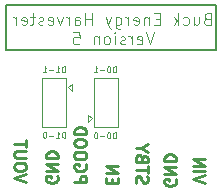
<source format=gbr>
G04 #@! TF.GenerationSoftware,KiCad,Pcbnew,(5.1.4)-1*
G04 #@! TF.CreationDate,2019-12-05T12:54:36-06:00*
G04 #@! TF.ProjectId,LTC3388_v004,4c544333-3338-4385-9f76-3030342e6b69,rev?*
G04 #@! TF.SameCoordinates,Original*
G04 #@! TF.FileFunction,Legend,Bot*
G04 #@! TF.FilePolarity,Positive*
%FSLAX46Y46*%
G04 Gerber Fmt 4.6, Leading zero omitted, Abs format (unit mm)*
G04 Created by KiCad (PCBNEW (5.1.4)-1) date 2019-12-05 12:54:36*
%MOMM*%
%LPD*%
G04 APERTURE LIST*
%ADD10C,0.150000*%
%ADD11C,0.125000*%
%ADD12C,0.250000*%
%ADD13C,0.120000*%
G04 APERTURE END LIST*
D10*
X166370000Y-95885000D02*
X166370000Y-92075000D01*
X148590000Y-95885000D02*
X166370000Y-95885000D01*
X148590000Y-92075000D02*
X148590000Y-95885000D01*
X166370000Y-92075000D02*
X148590000Y-92075000D01*
D11*
X165583190Y-93223071D02*
X165440333Y-93270690D01*
X165392714Y-93318309D01*
X165345095Y-93413547D01*
X165345095Y-93556404D01*
X165392714Y-93651642D01*
X165440333Y-93699261D01*
X165535571Y-93746880D01*
X165916523Y-93746880D01*
X165916523Y-92746880D01*
X165583190Y-92746880D01*
X165487952Y-92794500D01*
X165440333Y-92842119D01*
X165392714Y-92937357D01*
X165392714Y-93032595D01*
X165440333Y-93127833D01*
X165487952Y-93175452D01*
X165583190Y-93223071D01*
X165916523Y-93223071D01*
X164487952Y-93080214D02*
X164487952Y-93746880D01*
X164916523Y-93080214D02*
X164916523Y-93604023D01*
X164868904Y-93699261D01*
X164773666Y-93746880D01*
X164630809Y-93746880D01*
X164535571Y-93699261D01*
X164487952Y-93651642D01*
X163583190Y-93699261D02*
X163678428Y-93746880D01*
X163868904Y-93746880D01*
X163964142Y-93699261D01*
X164011761Y-93651642D01*
X164059380Y-93556404D01*
X164059380Y-93270690D01*
X164011761Y-93175452D01*
X163964142Y-93127833D01*
X163868904Y-93080214D01*
X163678428Y-93080214D01*
X163583190Y-93127833D01*
X163154619Y-93746880D02*
X163154619Y-92746880D01*
X163059380Y-93365928D02*
X162773666Y-93746880D01*
X162773666Y-93080214D02*
X163154619Y-93461166D01*
X161583190Y-93223071D02*
X161249857Y-93223071D01*
X161107000Y-93746880D02*
X161583190Y-93746880D01*
X161583190Y-92746880D01*
X161107000Y-92746880D01*
X160678428Y-93080214D02*
X160678428Y-93746880D01*
X160678428Y-93175452D02*
X160630809Y-93127833D01*
X160535571Y-93080214D01*
X160392714Y-93080214D01*
X160297476Y-93127833D01*
X160249857Y-93223071D01*
X160249857Y-93746880D01*
X159392714Y-93699261D02*
X159487952Y-93746880D01*
X159678428Y-93746880D01*
X159773666Y-93699261D01*
X159821285Y-93604023D01*
X159821285Y-93223071D01*
X159773666Y-93127833D01*
X159678428Y-93080214D01*
X159487952Y-93080214D01*
X159392714Y-93127833D01*
X159345095Y-93223071D01*
X159345095Y-93318309D01*
X159821285Y-93413547D01*
X158916523Y-93746880D02*
X158916523Y-93080214D01*
X158916523Y-93270690D02*
X158868904Y-93175452D01*
X158821285Y-93127833D01*
X158726047Y-93080214D01*
X158630809Y-93080214D01*
X157868904Y-93080214D02*
X157868904Y-93889738D01*
X157916523Y-93984976D01*
X157964142Y-94032595D01*
X158059380Y-94080214D01*
X158202238Y-94080214D01*
X158297476Y-94032595D01*
X157868904Y-93699261D02*
X157964142Y-93746880D01*
X158154619Y-93746880D01*
X158249857Y-93699261D01*
X158297476Y-93651642D01*
X158345095Y-93556404D01*
X158345095Y-93270690D01*
X158297476Y-93175452D01*
X158249857Y-93127833D01*
X158154619Y-93080214D01*
X157964142Y-93080214D01*
X157868904Y-93127833D01*
X157487952Y-93080214D02*
X157249857Y-93746880D01*
X157011761Y-93080214D02*
X157249857Y-93746880D01*
X157345095Y-93984976D01*
X157392714Y-94032595D01*
X157487952Y-94080214D01*
X155868904Y-93746880D02*
X155868904Y-92746880D01*
X155868904Y-93223071D02*
X155297476Y-93223071D01*
X155297476Y-93746880D02*
X155297476Y-92746880D01*
X154392714Y-93746880D02*
X154392714Y-93223071D01*
X154440333Y-93127833D01*
X154535571Y-93080214D01*
X154726047Y-93080214D01*
X154821285Y-93127833D01*
X154392714Y-93699261D02*
X154487952Y-93746880D01*
X154726047Y-93746880D01*
X154821285Y-93699261D01*
X154868904Y-93604023D01*
X154868904Y-93508785D01*
X154821285Y-93413547D01*
X154726047Y-93365928D01*
X154487952Y-93365928D01*
X154392714Y-93318309D01*
X153916523Y-93746880D02*
X153916523Y-93080214D01*
X153916523Y-93270690D02*
X153868904Y-93175452D01*
X153821285Y-93127833D01*
X153726047Y-93080214D01*
X153630809Y-93080214D01*
X153392714Y-93080214D02*
X153154619Y-93746880D01*
X152916523Y-93080214D01*
X152154619Y-93699261D02*
X152249857Y-93746880D01*
X152440333Y-93746880D01*
X152535571Y-93699261D01*
X152583190Y-93604023D01*
X152583190Y-93223071D01*
X152535571Y-93127833D01*
X152440333Y-93080214D01*
X152249857Y-93080214D01*
X152154619Y-93127833D01*
X152107000Y-93223071D01*
X152107000Y-93318309D01*
X152583190Y-93413547D01*
X151726047Y-93699261D02*
X151630809Y-93746880D01*
X151440333Y-93746880D01*
X151345095Y-93699261D01*
X151297476Y-93604023D01*
X151297476Y-93556404D01*
X151345095Y-93461166D01*
X151440333Y-93413547D01*
X151583190Y-93413547D01*
X151678428Y-93365928D01*
X151726047Y-93270690D01*
X151726047Y-93223071D01*
X151678428Y-93127833D01*
X151583190Y-93080214D01*
X151440333Y-93080214D01*
X151345095Y-93127833D01*
X151011761Y-93080214D02*
X150630809Y-93080214D01*
X150868904Y-92746880D02*
X150868904Y-93604023D01*
X150821285Y-93699261D01*
X150726047Y-93746880D01*
X150630809Y-93746880D01*
X149916523Y-93699261D02*
X150011761Y-93746880D01*
X150202238Y-93746880D01*
X150297476Y-93699261D01*
X150345095Y-93604023D01*
X150345095Y-93223071D01*
X150297476Y-93127833D01*
X150202238Y-93080214D01*
X150011761Y-93080214D01*
X149916523Y-93127833D01*
X149868904Y-93223071D01*
X149868904Y-93318309D01*
X150345095Y-93413547D01*
X149440333Y-93746880D02*
X149440333Y-93080214D01*
X149440333Y-93270690D02*
X149392714Y-93175452D01*
X149345095Y-93127833D01*
X149249857Y-93080214D01*
X149154619Y-93080214D01*
X161083190Y-94371880D02*
X160749857Y-95371880D01*
X160416523Y-94371880D01*
X159702238Y-95324261D02*
X159797476Y-95371880D01*
X159987952Y-95371880D01*
X160083190Y-95324261D01*
X160130809Y-95229023D01*
X160130809Y-94848071D01*
X160083190Y-94752833D01*
X159987952Y-94705214D01*
X159797476Y-94705214D01*
X159702238Y-94752833D01*
X159654619Y-94848071D01*
X159654619Y-94943309D01*
X160130809Y-95038547D01*
X159226047Y-95371880D02*
X159226047Y-94705214D01*
X159226047Y-94895690D02*
X159178428Y-94800452D01*
X159130809Y-94752833D01*
X159035571Y-94705214D01*
X158940333Y-94705214D01*
X158654619Y-95324261D02*
X158559380Y-95371880D01*
X158368904Y-95371880D01*
X158273666Y-95324261D01*
X158226047Y-95229023D01*
X158226047Y-95181404D01*
X158273666Y-95086166D01*
X158368904Y-95038547D01*
X158511761Y-95038547D01*
X158607000Y-94990928D01*
X158654619Y-94895690D01*
X158654619Y-94848071D01*
X158607000Y-94752833D01*
X158511761Y-94705214D01*
X158368904Y-94705214D01*
X158273666Y-94752833D01*
X157797476Y-95371880D02*
X157797476Y-94705214D01*
X157797476Y-94371880D02*
X157845095Y-94419500D01*
X157797476Y-94467119D01*
X157749857Y-94419500D01*
X157797476Y-94371880D01*
X157797476Y-94467119D01*
X157178428Y-95371880D02*
X157273666Y-95324261D01*
X157321285Y-95276642D01*
X157368904Y-95181404D01*
X157368904Y-94895690D01*
X157321285Y-94800452D01*
X157273666Y-94752833D01*
X157178428Y-94705214D01*
X157035571Y-94705214D01*
X156940333Y-94752833D01*
X156892714Y-94800452D01*
X156845095Y-94895690D01*
X156845095Y-95181404D01*
X156892714Y-95276642D01*
X156940333Y-95324261D01*
X157035571Y-95371880D01*
X157178428Y-95371880D01*
X156416523Y-94705214D02*
X156416523Y-95371880D01*
X156416523Y-94800452D02*
X156368904Y-94752833D01*
X156273666Y-94705214D01*
X156130809Y-94705214D01*
X156035571Y-94752833D01*
X155987952Y-94848071D01*
X155987952Y-95371880D01*
X154273666Y-94371880D02*
X154749857Y-94371880D01*
X154797476Y-94848071D01*
X154749857Y-94800452D01*
X154654619Y-94752833D01*
X154416523Y-94752833D01*
X154321285Y-94800452D01*
X154273666Y-94848071D01*
X154226047Y-94943309D01*
X154226047Y-95181404D01*
X154273666Y-95276642D01*
X154321285Y-95324261D01*
X154416523Y-95371880D01*
X154654619Y-95371880D01*
X154749857Y-95324261D01*
X154797476Y-95276642D01*
X157888666Y-103350190D02*
X157888666Y-102850190D01*
X157769619Y-102850190D01*
X157698190Y-102874000D01*
X157650571Y-102921619D01*
X157626761Y-102969238D01*
X157602952Y-103064476D01*
X157602952Y-103135904D01*
X157626761Y-103231142D01*
X157650571Y-103278761D01*
X157698190Y-103326380D01*
X157769619Y-103350190D01*
X157888666Y-103350190D01*
X157293428Y-102850190D02*
X157245809Y-102850190D01*
X157198190Y-102874000D01*
X157174380Y-102897809D01*
X157150571Y-102945428D01*
X157126761Y-103040666D01*
X157126761Y-103159714D01*
X157150571Y-103254952D01*
X157174380Y-103302571D01*
X157198190Y-103326380D01*
X157245809Y-103350190D01*
X157293428Y-103350190D01*
X157341047Y-103326380D01*
X157364857Y-103302571D01*
X157388666Y-103254952D01*
X157412476Y-103159714D01*
X157412476Y-103040666D01*
X157388666Y-102945428D01*
X157364857Y-102897809D01*
X157341047Y-102874000D01*
X157293428Y-102850190D01*
X156912476Y-103159714D02*
X156531523Y-103159714D01*
X156198190Y-102850190D02*
X156150571Y-102850190D01*
X156102952Y-102874000D01*
X156079142Y-102897809D01*
X156055333Y-102945428D01*
X156031523Y-103040666D01*
X156031523Y-103159714D01*
X156055333Y-103254952D01*
X156079142Y-103302571D01*
X156102952Y-103326380D01*
X156150571Y-103350190D01*
X156198190Y-103350190D01*
X156245809Y-103326380D01*
X156269619Y-103302571D01*
X156293428Y-103254952D01*
X156317238Y-103159714D01*
X156317238Y-103040666D01*
X156293428Y-102945428D01*
X156269619Y-102897809D01*
X156245809Y-102874000D01*
X156198190Y-102850190D01*
X157888666Y-97762190D02*
X157888666Y-97262190D01*
X157769619Y-97262190D01*
X157698190Y-97286000D01*
X157650571Y-97333619D01*
X157626761Y-97381238D01*
X157602952Y-97476476D01*
X157602952Y-97547904D01*
X157626761Y-97643142D01*
X157650571Y-97690761D01*
X157698190Y-97738380D01*
X157769619Y-97762190D01*
X157888666Y-97762190D01*
X157293428Y-97262190D02*
X157245809Y-97262190D01*
X157198190Y-97286000D01*
X157174380Y-97309809D01*
X157150571Y-97357428D01*
X157126761Y-97452666D01*
X157126761Y-97571714D01*
X157150571Y-97666952D01*
X157174380Y-97714571D01*
X157198190Y-97738380D01*
X157245809Y-97762190D01*
X157293428Y-97762190D01*
X157341047Y-97738380D01*
X157364857Y-97714571D01*
X157388666Y-97666952D01*
X157412476Y-97571714D01*
X157412476Y-97452666D01*
X157388666Y-97357428D01*
X157364857Y-97309809D01*
X157341047Y-97286000D01*
X157293428Y-97262190D01*
X156912476Y-97571714D02*
X156531523Y-97571714D01*
X156031523Y-97762190D02*
X156317238Y-97762190D01*
X156174380Y-97762190D02*
X156174380Y-97262190D01*
X156222000Y-97333619D01*
X156269619Y-97381238D01*
X156317238Y-97405047D01*
X153570666Y-97762190D02*
X153570666Y-97262190D01*
X153451619Y-97262190D01*
X153380190Y-97286000D01*
X153332571Y-97333619D01*
X153308761Y-97381238D01*
X153284952Y-97476476D01*
X153284952Y-97547904D01*
X153308761Y-97643142D01*
X153332571Y-97690761D01*
X153380190Y-97738380D01*
X153451619Y-97762190D01*
X153570666Y-97762190D01*
X152808761Y-97762190D02*
X153094476Y-97762190D01*
X152951619Y-97762190D02*
X152951619Y-97262190D01*
X152999238Y-97333619D01*
X153046857Y-97381238D01*
X153094476Y-97405047D01*
X152594476Y-97571714D02*
X152213523Y-97571714D01*
X151713523Y-97762190D02*
X151999238Y-97762190D01*
X151856380Y-97762190D02*
X151856380Y-97262190D01*
X151904000Y-97333619D01*
X151951619Y-97381238D01*
X151999238Y-97405047D01*
X153570666Y-103299390D02*
X153570666Y-102799390D01*
X153451619Y-102799390D01*
X153380190Y-102823200D01*
X153332571Y-102870819D01*
X153308761Y-102918438D01*
X153284952Y-103013676D01*
X153284952Y-103085104D01*
X153308761Y-103180342D01*
X153332571Y-103227961D01*
X153380190Y-103275580D01*
X153451619Y-103299390D01*
X153570666Y-103299390D01*
X152808761Y-103299390D02*
X153094476Y-103299390D01*
X152951619Y-103299390D02*
X152951619Y-102799390D01*
X152999238Y-102870819D01*
X153046857Y-102918438D01*
X153094476Y-102942247D01*
X152594476Y-103108914D02*
X152213523Y-103108914D01*
X151880190Y-102799390D02*
X151832571Y-102799390D01*
X151784952Y-102823200D01*
X151761142Y-102847009D01*
X151737333Y-102894628D01*
X151713523Y-102989866D01*
X151713523Y-103108914D01*
X151737333Y-103204152D01*
X151761142Y-103251771D01*
X151784952Y-103275580D01*
X151832571Y-103299390D01*
X151880190Y-103299390D01*
X151927809Y-103275580D01*
X151951619Y-103251771D01*
X151975428Y-103204152D01*
X151999238Y-103108914D01*
X151999238Y-102989866D01*
X151975428Y-102894628D01*
X151951619Y-102847009D01*
X151927809Y-102823200D01*
X151880190Y-102799390D01*
D12*
X162933000Y-106806904D02*
X162980619Y-106902142D01*
X162980619Y-107045000D01*
X162933000Y-107187857D01*
X162837761Y-107283095D01*
X162742523Y-107330714D01*
X162552047Y-107378333D01*
X162409190Y-107378333D01*
X162218714Y-107330714D01*
X162123476Y-107283095D01*
X162028238Y-107187857D01*
X161980619Y-107045000D01*
X161980619Y-106949761D01*
X162028238Y-106806904D01*
X162075857Y-106759285D01*
X162409190Y-106759285D01*
X162409190Y-106949761D01*
X161980619Y-106330714D02*
X162980619Y-106330714D01*
X161980619Y-105759285D01*
X162980619Y-105759285D01*
X161980619Y-105283095D02*
X162980619Y-105283095D01*
X162980619Y-105045000D01*
X162933000Y-104902142D01*
X162837761Y-104806904D01*
X162742523Y-104759285D01*
X162552047Y-104711666D01*
X162409190Y-104711666D01*
X162218714Y-104759285D01*
X162123476Y-104806904D01*
X162028238Y-104902142D01*
X161980619Y-105045000D01*
X161980619Y-105283095D01*
X165393619Y-107140238D02*
X164393619Y-106806904D01*
X165393619Y-106473571D01*
X164393619Y-106140238D02*
X165393619Y-106140238D01*
X164393619Y-105664047D02*
X165393619Y-105664047D01*
X164393619Y-105092619D01*
X165393619Y-105092619D01*
X159615238Y-107132238D02*
X159567619Y-106989380D01*
X159567619Y-106751285D01*
X159615238Y-106656047D01*
X159662857Y-106608428D01*
X159758095Y-106560809D01*
X159853333Y-106560809D01*
X159948571Y-106608428D01*
X159996190Y-106656047D01*
X160043809Y-106751285D01*
X160091428Y-106941761D01*
X160139047Y-107037000D01*
X160186666Y-107084619D01*
X160281904Y-107132238D01*
X160377142Y-107132238D01*
X160472380Y-107084619D01*
X160520000Y-107037000D01*
X160567619Y-106941761D01*
X160567619Y-106703666D01*
X160520000Y-106560809D01*
X160567619Y-106275095D02*
X160567619Y-105703666D01*
X159567619Y-105989380D02*
X160567619Y-105989380D01*
X160091428Y-105037000D02*
X160043809Y-104894142D01*
X159996190Y-104846523D01*
X159900952Y-104798904D01*
X159758095Y-104798904D01*
X159662857Y-104846523D01*
X159615238Y-104894142D01*
X159567619Y-104989380D01*
X159567619Y-105370333D01*
X160567619Y-105370333D01*
X160567619Y-105037000D01*
X160520000Y-104941761D01*
X160472380Y-104894142D01*
X160377142Y-104846523D01*
X160281904Y-104846523D01*
X160186666Y-104894142D01*
X160139047Y-104941761D01*
X160091428Y-105037000D01*
X160091428Y-105370333D01*
X160043809Y-104179857D02*
X159567619Y-104179857D01*
X160567619Y-104513190D02*
X160043809Y-104179857D01*
X160567619Y-103846523D01*
X157551428Y-107164095D02*
X157551428Y-106830761D01*
X157027619Y-106687904D02*
X157027619Y-107164095D01*
X158027619Y-107164095D01*
X158027619Y-106687904D01*
X157027619Y-106259333D02*
X158027619Y-106259333D01*
X157027619Y-105687904D01*
X158027619Y-105687904D01*
X154360619Y-107084523D02*
X155360619Y-107084523D01*
X155360619Y-106703571D01*
X155313000Y-106608333D01*
X155265380Y-106560714D01*
X155170142Y-106513095D01*
X155027285Y-106513095D01*
X154932047Y-106560714D01*
X154884428Y-106608333D01*
X154836809Y-106703571D01*
X154836809Y-107084523D01*
X155313000Y-105560714D02*
X155360619Y-105655952D01*
X155360619Y-105798809D01*
X155313000Y-105941666D01*
X155217761Y-106036904D01*
X155122523Y-106084523D01*
X154932047Y-106132142D01*
X154789190Y-106132142D01*
X154598714Y-106084523D01*
X154503476Y-106036904D01*
X154408238Y-105941666D01*
X154360619Y-105798809D01*
X154360619Y-105703571D01*
X154408238Y-105560714D01*
X154455857Y-105513095D01*
X154789190Y-105513095D01*
X154789190Y-105703571D01*
X155360619Y-104894047D02*
X155360619Y-104703571D01*
X155313000Y-104608333D01*
X155217761Y-104513095D01*
X155027285Y-104465476D01*
X154693952Y-104465476D01*
X154503476Y-104513095D01*
X154408238Y-104608333D01*
X154360619Y-104703571D01*
X154360619Y-104894047D01*
X154408238Y-104989285D01*
X154503476Y-105084523D01*
X154693952Y-105132142D01*
X155027285Y-105132142D01*
X155217761Y-105084523D01*
X155313000Y-104989285D01*
X155360619Y-104894047D01*
X155360619Y-103846428D02*
X155360619Y-103655952D01*
X155313000Y-103560714D01*
X155217761Y-103465476D01*
X155027285Y-103417857D01*
X154693952Y-103417857D01*
X154503476Y-103465476D01*
X154408238Y-103560714D01*
X154360619Y-103655952D01*
X154360619Y-103846428D01*
X154408238Y-103941666D01*
X154503476Y-104036904D01*
X154693952Y-104084523D01*
X155027285Y-104084523D01*
X155217761Y-104036904D01*
X155313000Y-103941666D01*
X155360619Y-103846428D01*
X154360619Y-102989285D02*
X155360619Y-102989285D01*
X155360619Y-102751190D01*
X155313000Y-102608333D01*
X155217761Y-102513095D01*
X155122523Y-102465476D01*
X154932047Y-102417857D01*
X154789190Y-102417857D01*
X154598714Y-102465476D01*
X154503476Y-102513095D01*
X154408238Y-102608333D01*
X154360619Y-102751190D01*
X154360619Y-102989285D01*
X152900000Y-106552904D02*
X152947619Y-106648142D01*
X152947619Y-106791000D01*
X152900000Y-106933857D01*
X152804761Y-107029095D01*
X152709523Y-107076714D01*
X152519047Y-107124333D01*
X152376190Y-107124333D01*
X152185714Y-107076714D01*
X152090476Y-107029095D01*
X151995238Y-106933857D01*
X151947619Y-106791000D01*
X151947619Y-106695761D01*
X151995238Y-106552904D01*
X152042857Y-106505285D01*
X152376190Y-106505285D01*
X152376190Y-106695761D01*
X151947619Y-106076714D02*
X152947619Y-106076714D01*
X151947619Y-105505285D01*
X152947619Y-105505285D01*
X151947619Y-105029095D02*
X152947619Y-105029095D01*
X152947619Y-104791000D01*
X152900000Y-104648142D01*
X152804761Y-104552904D01*
X152709523Y-104505285D01*
X152519047Y-104457666D01*
X152376190Y-104457666D01*
X152185714Y-104505285D01*
X152090476Y-104552904D01*
X151995238Y-104648142D01*
X151947619Y-104791000D01*
X151947619Y-105029095D01*
X150280619Y-107044904D02*
X149280619Y-106711571D01*
X150280619Y-106378238D01*
X150280619Y-105854428D02*
X150280619Y-105663952D01*
X150233000Y-105568714D01*
X150137761Y-105473476D01*
X149947285Y-105425857D01*
X149613952Y-105425857D01*
X149423476Y-105473476D01*
X149328238Y-105568714D01*
X149280619Y-105663952D01*
X149280619Y-105854428D01*
X149328238Y-105949666D01*
X149423476Y-106044904D01*
X149613952Y-106092523D01*
X149947285Y-106092523D01*
X150137761Y-106044904D01*
X150233000Y-105949666D01*
X150280619Y-105854428D01*
X150280619Y-104997285D02*
X149471095Y-104997285D01*
X149375857Y-104949666D01*
X149328238Y-104902047D01*
X149280619Y-104806809D01*
X149280619Y-104616333D01*
X149328238Y-104521095D01*
X149375857Y-104473476D01*
X149471095Y-104425857D01*
X150280619Y-104425857D01*
X150280619Y-104092523D02*
X150280619Y-103521095D01*
X149280619Y-103806809D02*
X150280619Y-103806809D01*
D13*
X151654000Y-98280000D02*
X151654000Y-102380000D01*
X151654000Y-102380000D02*
X153654000Y-102380000D01*
X153654000Y-102380000D02*
X153654000Y-98280000D01*
X153654000Y-98280000D02*
X151654000Y-98280000D01*
X153854000Y-99030000D02*
X154154000Y-98730000D01*
X154154000Y-98730000D02*
X154154000Y-99330000D01*
X153854000Y-99030000D02*
X154154000Y-99330000D01*
X158022800Y-102380000D02*
X158022800Y-98280000D01*
X158022800Y-98280000D02*
X156022800Y-98280000D01*
X156022800Y-98280000D02*
X156022800Y-102380000D01*
X156022800Y-102380000D02*
X158022800Y-102380000D01*
X155822800Y-101630000D02*
X155522800Y-101930000D01*
X155522800Y-101930000D02*
X155522800Y-101330000D01*
X155822800Y-101630000D02*
X155522800Y-101330000D01*
M02*

</source>
